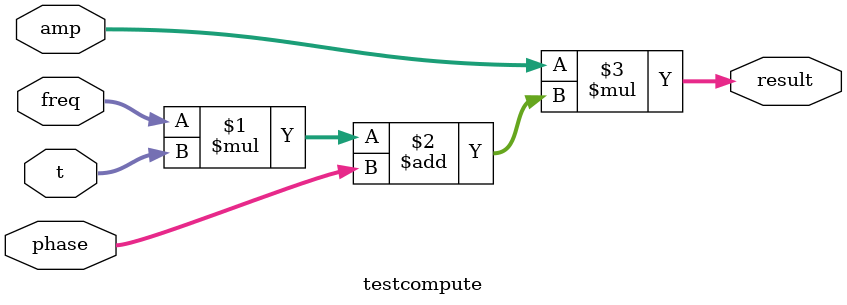
<source format=v>
`timescale 1ns / 1ps
`default_nettype none
module testcompute(
    input wire [15:0] amp,
    input wire [15:0] freq,
    input wire [15:0] phase,
	 input wire [15:0] t,
    output wire [31:0] result
    );

	assign result = amp * ((freq * t) + phase);
	
endmodule

</source>
